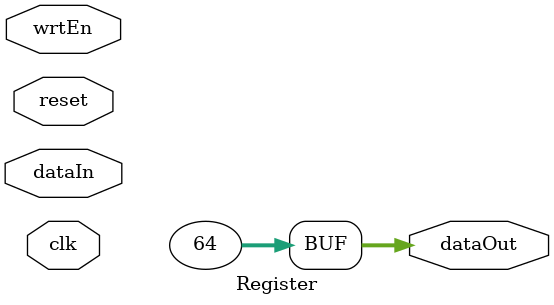
<source format=v>
module Register(clk, reset, wrtEn, dataIn, dataOut);
	parameter BIT_WIDTH = 32;
	parameter RESET_VALUE = 0;
	
	input clk, reset, wrtEn;
	input[BIT_WIDTH - 1: 0] dataIn;
	output[BIT_WIDTH - 1: 0] dataOut = 32'h40;
	reg[BIT_WIDTH - 1: 0] dataOut;
	
	always @(posedge clk) begin
		if (reset == 1'b1)
			dataOut <= RESET_VALUE;
		else if (wrtEn == 1'b1)
			dataOut <= dataIn;
	end
	
endmodule
</source>
